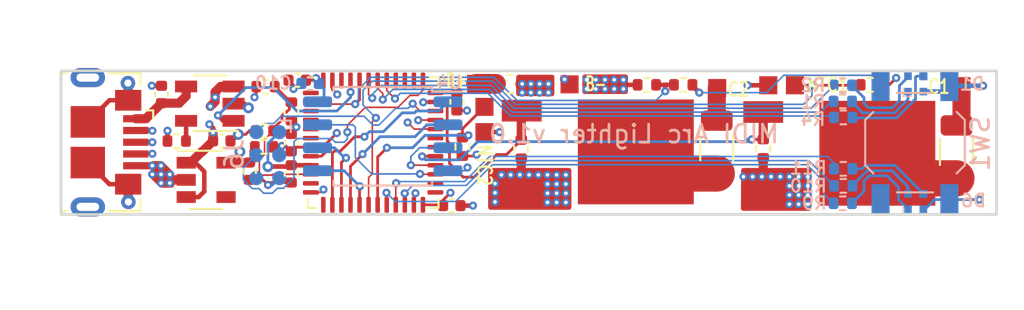
<source format=kicad_pcb>
(kicad_pcb (version 20210623) (generator pcbnew)
  (layers (0 "F.Cu" signal) (1 "In1.Cu" signal) (2 "In2.Cu" signal) (31 "B.Cu" signal) (34 "B.Paste" user) (35 "F.Paste" user) (36 "B.SilkS" user "B.Silkscreen") (37 "F.SilkS" user "F.Silkscreen") (38 "B.Mask" user) (39 "F.Mask" user) (44 "Edge.Cuts" user))
  (net 0 "")
  (net 1 "GND")
  (net 2 "VBUS")
  (net 3 "Bat_Voltage")
  (net 4 "+BATT")
  (net 5 "+3V3")
  (net 6 "Net-(D1-Pad3)")
  (net 7 "Net-(D1-Pad2)")
  (net 8 "Net-(D1-Pad1)")
  (net 9 "Net-(D6-Pad3)")
  (net 10 "Net-(D6-Pad2)")
  (net 11 "Net-(D6-Pad1)")
  (net 12 "USB_DP")
  (net 13 "USB_ID")
  (net 14 "USB_DN")
  (net 15 "NTC1")
  (net 17 "SCK")
  (net 18 "NRST")
  (net 19 "SWD")
  (net 20 "Net-(J8-Pad1)")
  (net 21 "Net-(J9-Pad1)")
  (net 22 "Coil_1")
  (net 23 "Coil_2")
  (net 24 "R_1")
  (net 25 "G_1")
  (net 26 "B_1")
  (net 27 "R_2")
  (net 28 "G_2")
  (net 29 "B_2")
  (net 30 "Net-(R12-Pad1)")
  (net 31 "Net-(R15-Pad2)")
  (net 32 "Net-(R15-Pad1)")
  (net 33 "Charge")
  (net 46 "Net-(Q1-Pad2)")
  (net 47 "Net-(Q2-Pad2)")
  (net 48 "NTC2")
  (net 50 "WP")
  (net 51 "RST")
  (net 54 "MOSI")
  (net 55 "MISO")
  (net 56 "CLK")
  (net 57 "CS")
  (net 58 "/+BATT_RAW")
  (net 59 "+BATT_FUSED")
  (footprint "Capacitor_SMD:C_0402_1005Metric" (layer "F.Cu") (at 85.5472 53.3654 90)
    (fp_text reference "C1" hide)
    (fp_text value "1u")
  )
  (footprint "Capacitor_SMD:C_0402_1005Metric" (layer "F.Cu") (at 91.2368 55.372 180)
    (fp_text reference "C2" hide)
    (fp_text value "100n")
  )
  (footprint "Capacitor_SMD:C_0402_1005Metric" (layer "F.Cu") (at 90.3986 57.6072 -90)
    (fp_text reference "C4" hide)
    (fp_text value "1u")
  )
  (footprint "LeoDJ-kicad:TestPoint_Pad_1.0x1.0mm_NoSilk" (layer "F.Cu") (at 106.7054 52.8066 180)
    (fp_text reference "J1" hide)
    (fp_text value "Coil+/LidSwitch")
  )
  (footprint "LeoDJ-kicad:TestPoint_Pad_1.0x1.0mm_NoSilk" (layer "F.Cu") (at 110.6932 52.7558 180)
    (fp_text reference "J2" hide)
    (fp_text value "BAT-")
  )
  (footprint "LeoDJ-kicad:TestPoint_Pad_1.0x1.0mm_NoSilk" (layer "F.Cu") (at 102.9208 52.7812 180)
    (fp_text reference "J7" hide)
    (fp_text value "BAT+")
  )
  (footprint "LeoDJ-kicad:TestPoint_Pad_1.0x1.0mm_NoSilk" (layer "F.Cu") (at 129.7178 52.9082)
    (fp_text reference "J8" hide)
    (fp_text value "Coil_1")
  )
  (footprint "LeoDJ-kicad:TestPoint_Pad_1.0x1.0mm_NoSilk" (layer "F.Cu") (at 116.2304 53.0098)
    (fp_text reference "J9" hide)
    (fp_text value "Coil_2")
  )
  (footprint "Resistor_SMD:R_0402_1005Metric" (layer "F.Cu") (at 114.3508 52.832 180)
    (fp_text reference "R15" hide)
    (fp_text value "100")
  )
  (footprint "Resistor_SMD:R_0402_1005Metric" (layer "F.Cu") (at 118.7704 56.3626 -90)
    (fp_text reference "R17" hide)
    (fp_text value "4k7")
  )
  (footprint "Resistor_SMD:R_0402_1005Metric" (layer "F.Cu") (at 105.41 56.388 -90)
    (fp_text reference "R18" hide)
    (fp_text value "4k7")
  )
  (footprint "Package_TO_SOT_SMD:TSOT-23-5" (layer "F.Cu") (at 88.2142 53.8734 180)
    (fp_text reference "U1" hide)
    (fp_text value "LTC4054ES5-4.2")
  )
  (footprint "Package_TO_SOT_SMD:SOT-23-5" (layer "F.Cu") (at 88.011 58.0898)
    (fp_text reference "U2" hide)
    (fp_text value "STLQ020C33R")
  )
  (footprint "Connector_USB:USB_Micro-B_GCT_USB3076-30-A" (layer "F.Cu") (at 82.677 56.007 -90)
    (fp_text reference "J3" hide)
    (fp_text value "USB3076-30-A")
  )
  (footprint "Package_TO_SOT_SMD:TO-252-2" (layer "F.Cu") (at 109.636 56.5414)
    (fp_text reference "Q2" hide)
    (fp_text value "IRLR6225")
  )
  (footprint "Resistor_SMD:R_0402_1005Metric" (layer "F.Cu") (at 86.3854 55.9408 180)
    (fp_text reference "R12" hide)
    (fp_text value "2k2")
  )
  (footprint "Capacitor_SMD:C_0402_1005Metric" (layer "F.Cu") (at 88.8746 55.9308)
    (fp_text reference "C3" hide)
    (fp_text value "1u")
  )
  (footprint "Resistor_SMD:R_0402_1005Metric" (layer "F.Cu") (at 92.72 54.3052 -90)
    (fp_text reference "R14" hide)
    (fp_text value "1M")
  )
  (footprint "Capacitor_SMD:C_0402_1005Metric" (layer "F.Cu") (at 101.5746 59.5122)
    (fp_text reference "C6" hide)
    (fp_text value "100n")
  )
  (footprint "Capacitor_SMD:C_0402_1005Metric" (layer "F.Cu") (at 92.71 57.757 -90)
    (fp_text reference "C7" hide)
    (fp_text value "100n")
  )
  (footprint "Package_DFN_QFN:QFN-48-1EP_7x7mm_P0.5mm_EP5.6x5.6mm" (layer "F.Cu") (at 97.2312 56.03)
    (fp_text reference "U3" hide)
    (fp_text value "STM32F072C8Ux")
  )
  (footprint "Resistor_SMD:R_0402_1005Metric" (layer "F.Cu") (at 91.2114 56.261)
    (fp_text reference "R20" hide)
    (fp_text value "4k7")
  )
  (footprint "Capacitor_SMD:C_0402_1005Metric" (layer "F.Cu") (at 92.71 56.0324 -90)
    (fp_text reference "C9" hide)
    (fp_text value "100n")
  )
  (footprint "Resistor_SMD:R_1206_3216Metric" (layer "F.Cu") (at 129.4384 56.5404 -90)
    (fp_text reference "R3" hide)
    (fp_text value "2 ?")
  )
  (footprint "Resistor_SMD:R_1206_3216Metric" (layer "F.Cu") (at 116.205 56.2757 -90)
    (fp_text reference "R5" hide)
    (fp_text value "2 ?")
  )
  (footprint "Package_TO_SOT_SMD:TO-252-2" (layer "F.Cu") (at 122.971 56.6176)
    (fp_text reference "Q1" hide)
    (fp_text value "IRLR6225")
  )
  (footprint "Capacitor_SMD:C_0402_1005Metric" (layer "F.Cu") (at 101.854 53.7718 -90)
    (fp_text reference "C5" hide)
    (fp_text value "100n")
  )
  (footprint "Resistor_SMD:R_0402_1005Metric" (layer "F.Cu") (at 112.3442 52.832 180)
    (fp_text reference "R16" hide)
    (fp_text value "4k7")
  )
  (footprint "Fuse:Fuse_0603_1608Metric" (layer "F.Cu") (at 104.8004 52.7812)
    (fp_text reference "F1" hide)
    (fp_text value "5A Fuse")
  )
  (footprint "Resistor_SMD:R_0402_1005Metric" (layer "F.Cu") (at 91.2876 52.9336)
    (fp_text reference "R13" hide)
    (fp_text value "1M")
  )
  (footprint "Capacitor_SMD:C_0402_1005Metric" (layer "F.Cu") (at 93.0402 52.578 180)
    (fp_text reference "C8" hide)
    (fp_text value "100n")
  )
  (footprint "LeoDJ-kicad:TestPoint_Pad_1.0x1.0mm_NoSilk" (layer "F.Cu") (at 120.523 52.8574)
    (fp_text reference "J4" hide)
    (fp_text value "NTC1_SIG")
  )
  (footprint "LeoDJ-kicad:TestPoint_Pad_1.0x1.0mm_NoSilk" (layer "F.Cu") (at 119.0498 52.8574)
    (fp_text reference "J5" hide)
    (fp_text value "NTC1_GND")
  )
  (footprint "LeoDJ-kicad:TestPoint_Pad_1.0x1.0mm_NoSilk" (layer "F.Cu") (at 103.378 54.0512)
    (fp_text reference "J10" hide)
    (fp_text value "NTC2_SIG")
  )
  (footprint "LeoDJ-kicad:TestPoint_Pad_1.0x1.0mm_NoSilk" (layer "F.Cu") (at 103.378 55.4482)
    (fp_text reference "J11" hide)
    (fp_text value "NTC2_GND")
  )
  (footprint "Resistor_SMD:R_0402_1005Metric" (layer "F.Cu") (at 124.6632 52.832 180)
    (fp_text reference "R6" hide)
    (fp_text value "?")
  )
  (footprint "Resistor_SMD:R_0402_1005Metric" (layer "F.Cu") (at 102.1588 56.261 90)
    (fp_text reference "R7" hide)
    (fp_text value "?")
  )
  (footprint "LeoDJ-kicad:TestPoint_Pad_1.0x1.0mm_NoSilk" (layer "F.Cu") (at 108.077 52.8066 180)
    (fp_text reference "J12" hide)
    (fp_text value "LidSwitch")
  )
  (footprint "Techbeard:RGB_0404" (layer "B.Cu") (at 127.187501 52.7812)
    (fp_text reference "D1")
    (fp_text value "LED_BGRA")
  )
  (footprint "Techbeard:RGB_0404" (layer "B.Cu") (at 127.187501 59.2836)
    (fp_text reference "D6")
    (fp_text value "LED_BGRA")
  )
  (footprint "Resistor_SMD:R_0402_1005Metric" (layer "B.Cu") (at 123.1646 53.7464 180)
    (fp_text reference "R1")
    (fp_text value "82")
  )
  (footprint "Resistor_SMD:R_0402_1005Metric" (layer "B.Cu") (at 123.1646 52.8574 180)
    (fp_text reference "R2")
    (fp_text value "82")
  )
  (footprint "Resistor_SMD:R_0402_1005Metric" (layer "B.Cu") (at 123.19 54.6354 180)
    (fp_text reference "R4")
    (fp_text value "270")
  )
  (footprint "Resistor_SMD:R_0402_1005Metric" (layer "B.Cu") (at 123.1646 59.3852 180)
    (fp_text reference "R9")
    (fp_text value "82")
  )
  (footprint "Resistor_SMD:R_0402_1005Metric" (layer "B.Cu") (at 123.19 58.42 180)
    (fp_text reference "R10")
    (fp_text value "82")
  )
  (footprint "Resistor_SMD:R_0402_1005Metric" (layer "B.Cu") (at 123.19 57.4802 180)
    (fp_text reference "R11")
    (fp_text value "270")
  )
  (footprint "Connector:Tag-Connect_TC2030-IDC-NL_2x03_P1.27mm_Vertical" (layer "B.Cu") (at 91.4146 56.7182 -90)
    (fp_text reference "J6")
    (fp_text value "Conn_02x03_Odd_Even")
  )
  (footprint "Button_Switch_SMD:SW_SPST_TL3342" (layer "B.Cu") (at 127.15 56.03 -90)
    (fp_text reference "SW1")
    (fp_text value "SW_Push")
  )
  (footprint "Capacitor_SMD:C_0402_1005Metric" (layer "B.Cu") (at 93.7514 52.7558 180)
    (fp_text reference "C10")
    (fp_text value "100n")
  )
  (footprint "Package_SO:SOIC-8_5.23x5.23mm_P1.27mm" (layer "B.Cu") (at 97.7646 55.6768 180)
    (fp_text reference "U4")
    (fp_text value "GD25Q127CS")
  )
  (gr_line (start 80 60) (end 131.65 60) (layer "Edge.Cuts") (width 0.15))
  (gr_line (start 80 52.06) (end 131.65 52.06) (layer "Edge.Cuts") (width 0.15))
  (gr_line (start 131.65 60) (end 131.65 52.06) (layer "Edge.Cuts") (width 0.15))
  (gr_line (start 80 60) (end 80 52.06) (layer "Edge.Cuts") (width 0.15))
  (gr_text "MIDI Arc Lighter v1.0" (at 111.633 55.5498) (layer "B.SilkS") (effects (font (size 1 1)) (justify mirror)))
  (gr_text "B+" (at 101.8286 52.6034) (layer "F.SilkS") (effects (font (size 0.762 0.5) (thickness 0.125))))
  (gr_text "C2" (at 117.3988 53.086) (layer "F.SilkS") (effects (font (size 0.762 0.6) (thickness 0.125))))
  (gr_text "B-" (at 109.5248 52.7812) (layer "F.SilkS") (effects (font (size 0.762 0.5) (thickness 0.125))))
  (gr_text "C1" (at 128.4732 52.9336) (layer "F.SilkS") (effects (font (size 0.762 0.6) (thickness 0.125))))
  (gr_text "NTC1" (at 122.3264 52.832) (layer "F.SilkS") (effects (font (size 0.762 0.6) (thickness 0.125))))
  (gr_text "NTC2" (at 103.378 57.277 270) (layer "F.SilkS") (effects (font (size 0.762 0.6) (thickness 0.125))))
  (segment (start 101.854 54.2518) (end 102.4916 54.2518) (width 0.1524) (layer "F.Cu") (net 1))
  (segment (start 102.4916 54.2518) (end 102.5144 54.229) (width 0.1524) (layer "F.Cu") (net 1))
  (segment (start 105.41 57.7088) (end 105.41 58.7954) (width 0.508) (layer "F.Cu") (net 1))
  (segment (start 92.962 55.1688) (end 92.6084 54.8152) (width 0.1524) (layer "F.Cu") (net 1))
  (segment (start 90.1192 53.8734) (end 90.3478 54.102) (width 0.25) (layer "F.Cu") (net 1))
  (segment (start 118.7704 56.8726) (end 118.7704 57.8104) (width 0.508) (layer "F.Cu") (net 1))
  (segment (start 85.8754 55.374) (end 85.8774 55.372) (width 0.25) (layer "F.Cu") (net 1))
  (segment (start 99.4812 58.9132) (end 99.568 58.8264) (width 0.1524) (layer "F.Cu") (net 1))
  (segment (start 90.195184 55.575416) (end 89.789 55.575416) (width 0.1524) (layer "F.Cu") (net 1))
  (segment (start 83.707 52.749) (end 83.693 52.735) (width 0.508) (layer "F.Cu") (net 1))
  (segment (start 92.9894 55.1688) (end 92.962 55.1688) (width 0.1524) (layer "F.Cu") (net 1))
  (segment (start 118.7704 57.8104) (end 118.8212 57.8612) (width 0.508) (layer "F.Cu") (net 1))
  (segment (start 94.9812 53.0966) (end 94.9812 52.5925) (width 0.1524) (layer "F.Cu") (net 1))
  (segment (start 86.0552 58.0898) (end 85.9282 58.2168) (width 0.508) (layer "F.Cu") (net 1))
  (segment (start 95.2246 55.499) (end 94.5642 56.1594) (width 0.1524) (layer "F.Cu") (net 1))
  (segment (start 82.672 58.327) (end 81.477 57.132) (width 0.25) (layer "F.Cu") (net 1))
  (segment (start 105.41 56.898) (end 105.41 57.7088) (width 0.508) (layer "F.Cu") (net 1))
  (segment (start 102.0546 59.5122) (end 102.743 59.5122) (width 0.254) (layer "F.Cu") (net 1))
  (segment (start 89.5242 53.8734) (end 90.1192 53.8734) (width 0.25) (layer "F.Cu") (net 1))
  (segment (start 90.7568 55.372) (end 90.3986 55.372) (width 0.1524) (layer "F.Cu") (net 1))
  (segment (start 99.4812 59.4675) (end 99.4812 58.9132) (width 0.1524) (layer "F.Cu") (net 1))
  (segment (start 85.0092 57.307) (end 85.0138 57.3024) (width 0.25) (layer "F.Cu") (net 1))
  (segment (start 103.378 55.4482) (end 104.2162 55.4482) (width 0.254) (layer "F.Cu") (net 1))
  (segment (start 95.25 53.3654) (end 94.9812 53.0966) (width 0.1524) (layer "F.Cu") (net 1))
  (segment (start 92.5602 52.578) (end 92.5602 52.7076) (width 0.1524) (layer "F.Cu") (net 1))
  (segment (start 83.707 59.2976) (end 83.7184 59.309) (width 0.508) (layer "F.Cu") (net 1))
  (segment (start 89.3546 55.9308) (end 89.433616 55.9308) (width 0.25) (layer "F.Cu") (net 1))
  (segment (start 83.707 58.327) (end 82.672 58.327) (width 0.25) (layer "F.Cu") (net 1))
  (segment (start 92.9894 55.273) (end 92.71 55.5524) (width 0.1524) (layer "F.Cu") (net 1))
  (segment (start 94.5642 56.1594) (end 94.5642 56.5912) (width 0.1524) (layer "F.Cu") (net 1))
  (segment (start 92.837 52.8548) (end 92.5602 52.578) (width 0.1524) (layer "F.Cu") (net 1))
  (segment (start 85.8754 55.9408) (end 85.8754 55.374) (width 0.25) (layer "F.Cu") (net 1))
  (segment (start 111.8342 52.832) (end 110.9472 52.832) (width 0.25) (layer "F.Cu") (net 1))
  (segment (start 92.837 53.0606) (end 92.837 52.8548) (width 0.1524) (layer "F.Cu") (net 1))
  (segment (start 82.672 53.687) (end 81.477 54.882) (width 0.25) (layer "F.Cu") (net 1))
  (segment (start 92.9894 55.1688) (end 92.9894 55.273) (width 0.1524) (layer "F.Cu") (net 1))
  (segment (start 119.0498 52.8574) (end 117.906802 52.8574) (width 0.254) (layer "F.Cu") (net 1))
  (segment (start 92.5602 52.578) (end 92.3798 52.578) (width 0.1524) (layer "F.Cu") (net 1))
  (segment (start 91.5595 58.237) (end 92.71 58.237) (width 0.1524) (layer "F.Cu") (net 1))
  (segment (start 94.3754 56.78) (end 94.5642 56.5912) (width 0.1524) (layer "F.Cu") (net 1))
  (segment (start 100.017 53.78) (end 99.9998 53.7972) (width 0.1524) (layer "F.Cu") (net 1))
  (segment (start 83.707 53.687) (end 83.707 52.749) (width 0.508) (layer "F.Cu") (net 1))
  (segment (start 90.3986 55.372) (end 90.195184 55.575416) (width 0.1524) (layer "F.Cu") (net 1))
  (segment (start 83.707 58.327) (end 83.707 59.2976) (width 0.508) (layer "F.Cu") (net 1))
  (segment (start 93.7937 56.78) (end 94.3754 56.78) (width 0.1524) (layer "F.Cu") (net 1))
  (segment (start 83.707 53.687) (end 82.672 53.687) (width 0.25) (layer "F.Cu") (net 1))
  (segment (start 91.4273 58.3692) (end 91.5595 58.237) (width 0.1524) (layer "F.Cu") (net 1))
  (segment (start 91.4273 58.3692) (end 91.1453 58.0872) (width 0.1524) (layer "F.Cu") (net 1))
  (segment (start 84.127 57.307) (end 85.0092 57.307) (width 0.25) (layer "F.Cu") (net 1))
  (segment (start 91.1453 58.0872) (end 90.4748 58.0872) (width 0.1524) (layer "F.Cu") (net 1))
  (segment (start 100.6687 53.78) (end 100.017 53.78) (width 0.1524) (layer "F.Cu") (net 1))
  (segment (start 85.0164 52.8854) (end 85.0138 52.8828) (width 0.25) (layer "F.Cu") (net 1))
  (segment (start 86.911 58.0898) (end 86.0552 58.0898) (width 0.508) (layer "F.Cu") (net 1))
  (segment (start 89.433616 55.9308) (end 89.789 55.575416) (width 0.25) (layer "F.Cu") (net 1))
  (segment (start 85.5472 52.8854) (end 85.0164 52.8854) (width 0.25) (layer "F.Cu") (net 1))
  (via (at 102.4128 54.2544) (size 0.45) (drill 0.2) (layers "F.Cu" "B.Cu") (net 1))
  (via (at 89.789 55.575416) (size 0.6) (drill 0.3) (layers "F.Cu" "B.Cu") (net 1))
  (via (at 85.5218 57.785) (size 0.45) (drill 0.2) (layers "F.Cu" "B.Cu") (net 1))
  (via (at 118.6942 57.912) (size 0.45) (drill 0.2) (layers "F.Cu" "B.Cu") (net 1))
  (via (at 106.8578 59.3344) (size 0.45) (drill 0.2) (layers "F.Cu" "B.Cu") (net 1))
  (via (at 83.7184 59.309) (size 0.8) (drill 0.4) (layers "F.Cu" "B.Cu") (net 1))
  (via (at 103.9622 59.309) (size 0.45) (drill 0.2) (layers "F.Cu" "B.Cu") (net 1))
  (via (at 117.6782 57.912) (size 0.45) (drill 0.2) (layers "F.Cu" "B.Cu") (net 1))
  (via (at 109.5248 52.5526) (size 0.45) (drill 0.2) (layers "F.Cu" "B.Cu") (net 1))
  (via (at 110.5408 52.5526) (size 0.45) (drill 0.2) (layers "F.Cu" "B.Cu") (net 1))
  (via (at 85.8774 55.372) (size 0.45) (drill 0.2) (layers "F.Cu" "B.Cu") (net 1))
  (via (at 106.8578 57.8104) (size 0.45) (drill 0.2) (layers "F.Cu" "B.Cu") (net 1))
  (via (at 110.5408 53.0606) (size 0.45) (drill 0.2) (layers "F.Cu" "B.Cu") (net 1))
  (via (at 85.0138 52.8828) (size 0.45) (drill 0.2) (layers "F.Cu" "B.Cu") (net 1))
  (via (at 107.3658 59.3344) (size 0.45) (drill 0.2) (layers "F.Cu" "B.Cu") (net 1))
  (via (at 95.25 53.3654) (size 0.45) (drill 0.2) (layers "F.Cu" "B.Cu") (net 1))
  (via (at 95.2246 55.499) (size 0.45) (drill 0.2) (layers "F.Cu" "B.Cu") (net 1))
  (via (at 85.5218 57.3024) (size 0.45) (drill 0.2) (layers "F.Cu" "B.Cu") (net 1))
  (via (at 110.0328 52.5526) (size 0.45) (drill 0.2) (layers "F.Cu" "B.Cu") (net 1))
  (via (at 106.3498 57.8104) (size 0.45) (drill 0.2) (layers "F.Cu" "B.Cu") (net 1))
  (via (at 109.0168 53.0606) (size 0.45) (drill 0.2) (layers "F.Cu" "B.Cu") (net 1))
  (via (at 85.0392 57.3024) (size 0.45) (drill 0.2) (layers "F.Cu" "B.Cu") (net 1))
  (via (at 83.693 52.735) (size 0.8) (drill 0.4) (layers "F.Cu" "B.Cu") (net 1))
  (via (at 109.0168 52.5526) (size 0.45) (drill 0.2) (layers "F.Cu" "B.Cu") (net 1))
  (via (at 86.0044 57.785) (size 0.45) (drill 0.2) (layers "F.Cu" "B.Cu") (net 1))
  (via (at 102.743 59.5122) (size 0.45) (drill 0.2) (layers "F.Cu" "B.Cu") (net 1))
  (via (at 121.2342 59.436) (size 0.45) (drill 0.2) (layers "F.Cu" "B.Cu") (net 1))
  (via (at 107.8738 58.3184) (size 0.45) (drill 0.2) (layers "F.Cu" "B.Cu") (net 1))
  (via (at 104.3178 57.8104) (size 0.45) (drill 0.2) (layers "F.Cu" "B.Cu") (net 1))
  (via (at 118.1862 57.912) (size 0.45) (drill 0.2) (layers "F.Cu" "B.Cu") (net 1))
  (via (at 85.5218 58.2676) (size 0.45) (drill 0.2) (layers "F.Cu" "B.Cu") (net 1))
  (via (at 99.568 58.8264) (size 0.45) (drill 0.2) (layers "F.Cu" "B.Cu") (net 1))
  (via (at 120.7262 58.928) (size 0.45) (drill 0.2) (layers "F.Cu" "B.Cu") (net 1))
  (via (at 86.0044 58.2676) (size 0.45) (drill 0.2) (layers "F.Cu" "B.Cu") (net 1))
  (via (at 119.2022 57.912) (size 0.45) (drill 0.2) (layers "F.Cu" "B.Cu") (net 1))
  (via (at 103.9622 58.801) (size 0.45) (drill 0.2) (layers "F.Cu" "B.Cu") (net 1))
  (via (at 106.8578 58.8264) (size 0.45) (drill 0.2) (layers "F.Cu" "B.Cu") (net 1))
  (via (at 109.5248 53.0606) (size 0.45) (drill 0.2) (layers "F.Cu" "B.Cu") (net 1))
  (via (at 120.7262 57.912) (size 0.45) (drill 0.2) (layers "F.Cu" "B.Cu") (net 1))
  (via (at 111.0488 53.0606) (size 0.45) (drill 0.2) (layers "F.Cu" "B.Cu") (net 1))
  (via (at 105.3338 57.8104) (size 0.45) (drill 0.2) (layers "F.Cu" "B.Cu") (net 1))
  (via (at 102.4382 57.404) (size 0.45) (drill 0.2) (layers "F.Cu" "B.Cu") (net 1))
  (via (at 121.2342 58.42) (size 0.45) (drill 0.2) (layers "F.Cu" "B.Cu") (net 1))
  (via (at 104.8258 57.8104) (size 0.45) (drill 0.2) (layers "F.Cu" "B.Cu") (net 1))
  (via (at 103.9622 58.293) (size 0.45) (drill 0.2) (layers "F.Cu" "B.Cu") (net 1))
  (via (at 92.837 53.0606) (size 0.45) (drill 0.2) (layers "F.Cu" "B.Cu") (net 1))
  (via (at 121.2342 57.912) (size 0.45) (drill 0.2) (layers "F.Cu" "B.Cu") (net 1))
  (via (at 107.3658 57.8104) (size 0.45) (drill 0.2) (layers "F.Cu" "B.Cu") (net 1))
  (via (at 91.4273 58.3692) (size 0.45) (drill 0.2) (layers "F.Cu" "B.Cu") (net 1))
  (via (at 120.2182 58.42) (size 0.45) (drill 0.2) (layers "F.Cu" "B.Cu") (net 1))
  (via (at 120.7262 59.436) (size 0.45) (drill 0.2) (layers "F.Cu" "B.Cu") (net 1))
  (via (at 120.2182 58.928) (size 0.45) (drill 0.2) (layers "F.Cu" "B.Cu") (net 1))
  (via (at 107.3658 58.3184) (size 0.45) (drill 0.2) (layers "F.Cu" "B.Cu") (net 1))
  (via (at 107.8738 59.3344) (size 0.45) (drill 0.2) (layers "F.Cu" "B.Cu") (net 1))
  (via (at 117.906802 52.8574) (size 0.45) (drill 0.2) (layers "F.Cu" "B.Cu") (net 1))
  (via (at 121.2342 58.928) (size 0.45) (drill 0.2) (layers "F.Cu" "B.Cu") (net 1))
  (via (at 120.7262 58.42) (size 0.45) (drill 0.2) (layers "F.Cu" "B.Cu") (net 1))
  (via (at 104.2162 55.4482) (size 0.45) (drill 0.2) (layers "F.Cu" "B.Cu") (net 1))
  (via (at 99.9998 53.7972) (size 0.45) (drill 0.2) (layers "F.Cu" "B.Cu") (net 1))
  (via (at 90.3478 54.102) (size 0.6) (drill 0.3) (layers "F.Cu" "B.Cu") (net 1))
  (via (at 107.8738 58.8264) (size 0.45) (drill 0.2) (layers "F.Cu" "B.Cu") (net 1))
  (via (at 106.8578 58.3184) (size 0.45) (drill 0.2) (layers "F.Cu" "B.Cu") (net 1))
  (via (at 105.8418 57.8104) (size 0.45) (drill 0.2) (layers "F.Cu" "B.Cu") (net 1))
  (via (at 119.7102 57.912) (size 0.45) (drill 0.2) (layers "F.Cu" "B.Cu") (net 1))
  (via (at 92.9894 55.1688) (size 0.45) (drill 0.2) (layers "F.Cu" "B.Cu") (net 1))
  (via (at 107.8738 57.8104) (size 0.45) (drill 0.2) (layers "F.Cu" "B.Cu") (net 1))
  (via (at 85.0392 57.785) (size 0.45) (drill 0.2) (layers "F.Cu" "B.Cu") (net 1))
  (via (at 120.2182 57.912) (size 0.45) (drill 0.2) (layers "F.Cu" "B.Cu") (net 1))
  (via (at 110.0328 53.0606) (size 0.45) (drill 0.2) (layers "F.Cu" "B.Cu") (net 1))
  (via (at 111.0488 52.5526) (size 0.45) (drill 0.2) (layers "F.Cu" "B.Cu") (net 1))
  (via (at 120.2182 59.436) (size 0.45) (drill 0.2) (layers "F.Cu" "B.Cu") (net 1))
  (via (at 107.3658 58.8264) (size 0.45) (drill 0.2) (layers "F.Cu" "B.Cu") (net 1))
  (segment (start 91.6686 58.3692) (end 92.0496 57.9882) (width 0.1524) (layer "B.Cu") (net 1))
  (segment (start 91.4273 58.3692) (end 91.6686 58.3692) (width 0.1524) (layer "B.Cu") (net 1))
  (segment (start 102.4382 57.404) (end 102.2604 57.5818) (width 0.0889) (layer "B.Cu") (net 1))
  (segment (start 93.1418 52.7558) (end 93.2714 52.7558) (width 0.1524) (layer "B.Cu") (net 1))
  (segment (start 102.2604 57.5818) (end 101.3646 57.5818) (width 0.0889) (layer "B.Cu") (net 1))
  (segment (start 92.837 53.0606) (end 93.1418 52.7558) (width 0.1524) (layer "B.Cu") (net 1))
  (segment (start 84.6856 54.707) (end 85.5472 53.8454) (width 0.508) (layer "F.Cu") (net 2))
  (segment (start 86.515 53.8454) (end 86.9042 53.4562) (width 0.508) (layer "F.Cu") (net 2))
  (segment (start 85.5472 53.8454) (end 86.515 53.8454) (width 0.508) (layer "F.Cu") (net 2))
  (segment (start 84.127 54.707) (end 84.6856 54.707) (width 0.508) (layer "F.Cu") (net 2))
  (segment (start 86.9042 53.4562) (end 86.9042 52.9234) (width 0.508) (layer "F.Cu") (net 2))
  (segment (start 92.6084 54.1782) (end 92.44461 54.34199) (width 0.1524) (layer "F.Cu") (net 3))
  (segment (start 91.7976 52.9336) (end 91.7976 52.9844) (width 0.508) (layer "F.Cu") (net 3))
  (segment (start 92.19728 54.76712) (end 91.7168 55.2476) (width 0.1524) (layer "F.Cu") (net 3))
  (segment (start 91.095549 57.824651) (end 90.949279 57.678381) (width 0.0889) (layer "F.Cu") (net 3))
  (segment (start 90.949279 56.980321) (end 91.2368 56.6928) (width 0.0889) (layer "F.Cu") (net 3))
  (segment (start 92.6084 53.7952) (end 92.6084 54.1782) (width 0.1524) (layer "F.Cu") (net 3))
  (segment (start 91.2368 56.6928) (end 91.2368 55.852) (width 0.0889) (layer "F.Cu") (net 3))
  (segment (start 93.7937 57.78) (end 91.691678 57.78) (width 0.0889) (layer "F.Cu") (net 3))
  (segment (start 91.2368 55.852) (end 91.7168 55.372) (width 0.0889) (layer "F.Cu") (net 3))
  (segment (start 92.39186 54.34199) (end 92.19728 54.53657) (width 0.1524) (layer "F.Cu") (net 3))
  (segment (start 92.19728 54.53657) (end 92.19728 54.76712) (width 0.1524) (layer "F.Cu") (net 3))
  (segment (start 92.44461 54.34199) (end 92.39186 54.34199) (width 0.1524) (layer "F.Cu") (net 3))
  (segment (start 91.647027 57.824651) (end 91.095549 57.824651) (width 0.0889) (layer "F.Cu") (net 3))
  (segment (start 91.7976 52.9844) (end 92.6084 53.7952) (width 0.254) (layer "F.Cu") (net 3))
  (segment (start 90.949279 57.678381) (end 90.949279 56.980321) (width 0.0889) (layer "F.Cu") (net 3))
  (segment (start 91.691678 57.78) (end 91.647027 57.824651) (width 0.0889) (layer "F.Cu") (net 3))
  (segment (start 92.6084 53.7952) (end 92.6084 53.91366) (width 0.1524) (layer "F.Cu") (net 3))
  (segment (start 91.7168 55.2476) (end 91.7168 55.372) (width 0.1524) (layer "F.Cu") (net 3))
  (segment (start 87.7824 56.515) (end 87.8104 56.515) (width 0.508) (layer "F.Cu") (net 4))
  (segment (start 88.392 55.2196) (end 88.1888 55.0164) (width 0.254) (layer "F.Cu") (net 4))
  (segment (start 90.6018 52.8574) (end 90.7014 52.8574) (width 0.1524) (layer "F.Cu") (net 4))
  (segment (start 87.5944 59.0398) (end 86.911 59.0398) (width 0.25) (layer "F.Cu") (net 4))
  (segment (start 90.7014 52.8574) (end 90.7776 52.9336) (width 0.1524) (layer "F.Cu") (net 4))
  (segment (start 90.7776 52.9336) (end 90.7776 53.5452) (width 0.1524) (layer "F.Cu") (net 4))
  (segment (start 87.4166 57.1398) (end 87.9094 57.6326) (width 0.25) (layer "F.Cu") (net 4))
  (segment (start 90.7776 53.5452) (end 90.7034 53.6194) (width 0.1524) (layer "F.Cu") (net 4))
  (segment (start 88.392 55.4736) (end 88.3946 55.4762) (width 0.508) (layer "F.Cu") (net 4))
  (segment (start 87.8104 56.515) (end 88.3946 55.9308) (width 0.508) (layer "F.Cu") (net 4))
  (segment (start 87.9094 58.7248) (end 87.5944 59.0398) (width 0.25) (layer "F.Cu") (net 4))
  (segment (start 108.077 52.8066) (end 107.7976 52.5272) (width 0.508) (layer "F.Cu") (net 4))
  (segment (start 86.911 57.1398) (end 87.1576 57.1398) (width 0.508) (layer "F.Cu") (net 4))
  (segment (start 88.392 55.4736) (end 88.392 55.2196) (width 0.254) (layer "F.Cu") (net 4))
  (segment (start 88.3946 55.4762) (end 88.3946 55.9308) (width 0.508) (layer "F.Cu") (net 4))
  (segment (start 87.1576 57.1398) (end 87.7824 56.515) (width 0.508) (layer "F.Cu") (net 4))
  (segment (start 87.9094 57.6326) (end 87.9094 58.7248) (width 0.25) (layer "F.Cu") (net 4))
  (segment (start 86.911 57.1398) (end 87.4166 57.1398) (width 0.25) (layer "F.Cu") (net 4))
  (via (at 90.678 53.5178) (size 0.45) (drill 0.2) (layers "F.Cu" "B.Cu") (net 4))
  (via (at 88.392 55.4736) (size 0.45) (drill 0.2) (layers "F.Cu" "B.Cu") (net 4))
  (via (at 88.1888 55.0164) (size 0.45) (drill 0.2) (layers "F.Cu" "B.Cu") (net 4))
  (via (at 107.7976 52.5272) (size 0.45) (drill 0.2) (layers "F.Cu" "B.Cu") (net 4))
  (segment (start 93.6218 52.578) (end 93.6218 52.578) (width 0.1524) (layer "F.Cu") (net 5))
  (segment (start 93.6218 52.578) (end 94.4667 52.578) (width 0.1524) (layer "F.Cu") (net 5))
  (segment (start 90.7014 56.261) (end 90.7014 56.263) (width 0.1524) (layer "F.Cu") (net 5))
  (segment (start 91.42073 57.30853) (end 91.42073 57.3532) (width 0.254) (layer "F.Cu") (net 5))
  (segment (start 125.1732 52.832) (end 125.73 52.832) (width 0.1524) (layer "F.Cu") (net 5))
  (segment (start 90.4748 56.4896) (end 90.4748 57.1272) (width 0.1524) (layer "F.Cu") (net 5))
  (segment (start 102.868 56.771) (end 102.1588 56.771) (width 0.1524) (layer "F.Cu") (net 5))
  (segment (start 89.111 57.1398) (end 89.8754 57.1398) (width 0.508) (layer "F.Cu") (net 5))
  (segment (start 92.6338 57.3532) (end 92.71 57.277) (width 0.254) (layer "F.Cu") (net 5))
  (segment (start 89.8754 57.1398) (end 89.8754 56.5302) (width 0.25) (layer "F.Cu") (net 5))
  (segment (start 89.8754 56.5302) (end 89.8906 56.515) (width 0.25) (layer "F.Cu") (net 5))
  (segment (start 91.42073 57.3532) (end 92.6338 57.3532) (width 0.254) (layer "F.Cu") (net 5))
  (segment (start 93.7937 57.28) (end 92.713 57.28) (width 0.254) (layer "F.Cu") (net 5))
  (segment (start 101.854 53.2918) (end 101.3206 53.8252) (width 0.1524) (layer "F.Cu") (net 5))
  (segment (start 90.7014 56.263) (end 90.4748 56.4896) (width 0.1524) (layer "F.Cu") (net 5))
  (segment (start 99.9812 59.4675) (end 101.0499 59.4675) (width 0.1524) (layer "F.Cu") (net 5))
  (segment (start 89.8754 57.1398) (end 90.4622 57.1398) (width 0.508) (layer "F.Cu") (net 5))
  (segment (start 125.73 52.832) (end 126.111 52.451) (width 0.1524) (layer "F.Cu") (net 5))
  (segment (start 101.0499 59.4675) (end 101.0946 59.5122) (width 0.1524) (layer "F.Cu") (net 5))
  (segment (start 90.4622 57.1398) (end 90.4748 57.1272) (width 0.508) (layer "F.Cu") (net 5))
  (segment (start 92.713 57.28) (end 92.71 57.277) (width 0.254) (layer "F.Cu") (net 5))
  (segment (start 93.6218 52.578) (end 93.6218 52.578) (width 0.1524) (layer "F.Cu") (net 5))
  (segment (start 93.5202 52.578) (end 93.965638 52.578) (width 0.1524) (layer "F.Cu") (net 5))
  (segment (start 102.9462 56.6928) (end 102.868 56.771) (width 0.1524) (layer "F.Cu") (net 5))
  (segment (start 101.3206 53.8252) (end 101.3206 55.9328) (width 0.1524) (layer "F.Cu") (net 5))
  (segment (start 100.6687 53.28) (end 101.8422 53.28) (width 0.1524) (layer "F.Cu") (net 5))
  (segment (start 101.8422 53.28) (end 101.854 53.2918) (width 0.1524) (layer "F.Cu") (net 5))
  (segment (start 101.4984 58.801) (end 101.0946 59.2048) (width 0.1524) (layer "F.Cu") (net 5))
  (segment (start 94.4667 52.578) (end 94.4812 52.5925) (width 0.1524) (layer "F.Cu") (net 5))
  (segment (start 101.3206 55.9328) (end 102.1588 56.771) (width 0.1524) (layer "F.Cu") (net 5))
  (segment (start 101.0946 59.2048) (end 101.0946 59.5122) (width 0.1524) (layer "F.Cu") (net 5))
  (segment (start 93.965638 52.578) (end 94.0816 52.462038) (width 0.1524) (layer "F.Cu") (net 5))
  (via (at 126.111 52.451) (size 0.45) (drill 0.2) (layers "F.Cu" "B.Cu") (net 5))
  (via (at 130.7084 59.182) (size 0.45) (drill 0.2) (layers "F.Cu" "B.Cu") (net 5))
  (via (at 102.9462 56.6928) (size 0.45) (drill 0.2) (layers "F.Cu" "B.Cu") (net 5))
  (via (at 91.42073 57.3532) (size 0.6) (drill 0.3) (layers "F.Cu" "B.Cu") (net 5))
  (via (at 101.4984 58.801) (size 0.45) (drill 0.2) (layers "F.Cu" "B.Cu") (net 5))
  (via (at 89.8754 56.5302) (size 0.6) (drill 0.3) (layers "F.Cu" "B.Cu") (net 5))
  (via (at 130.9116 52.8828) (size 0.45) (drill 0.2) (layers "F.Cu" "B.Cu") (net 5))
  (via (at 94.0816 52.462038) (size 0.45) (drill 0.2) (layers "F.Cu" "B.Cu") (net 5))
  (segment (start 129.05 59.18) (end 130.7064 59.18) (width 0.1524) (layer "B.Cu") (net 5))
  (segment (start 130.7064 59.18) (end 130.7084 59.182) (width 0.1524) (layer "B.Cu") (net 5))
  (segment (start 130.9088 52.88) (end 130.9116 52.8828) (width 0.254) (layer "B.Cu") (net 5))
  (segment (start 129.05 52.88) (end 130.9088 52.88) (width 0.254) (layer "B.Cu") (net 5))
  (segment (start 91.42073 56.07707) (end 91.42073 57.3532) (width 0.1524) (layer "B.Cu") (net 5))
  (segment (start 94.5202 53.0446) (end 94.2314 52.7558) (width 0.1524) (layer "B.Cu") (net 5))
  (segment (start 128.233 59.18) (end 129.05 59.18) (width 0.1524) (layer "B.Cu") (net 5))
  (segment (start 94.0816 52.606) (end 94.0816 52.462038) (width 0.1524) (layer "B.Cu") (net 5))
  (segment (start 128.7238 53.2062) (end 129.05 52.88) (width 0.254) (layer "B.Cu") (net 5))
  (segment (start 127.612501 53.2062) (end 128.7238 53.2062) (width 0.254) (layer "B.Cu") (net 5))
  (segment (start 127.612501 59.7086) (end 127.7044 59.7086) (width 0.1524) (layer "B.Cu") (net 5))
  (segment (start 94.5202 53.6194) (end 94.5202 53.0446) (width 0.1524) (layer "B.Cu") (net 5))
  (segment (start 92.0496 55.4482) (end 91.42073 56.07707) (width 0.1524) (layer "B.Cu") (net 5))
  (segment (start 127.7044 59.7086) (end 128.233 59.18) (width 0.1524) (layer "B.Cu") (net 5))
  (segment (start 94.2314 52.7558) (end 94.0816 52.606) (width 0.1524) (layer "B.Cu") (net 5))
  (segment (start 123.7 54.5084) (end 123.852419 54.660819) (width 0.1524) (layer "B.Cu") (net 6))
  (segment (start 126.136381 54.660819) (end 127.1778 53.6194) (width 0.1524) (layer "B.Cu") (net 6))
  (segment (start 127.235101 52.3562) (end 127.612501 52.3562) (width 0.1524) (layer "B.Cu") (net 6))
  (segment (start 127.1778 52.413501) (end 127.235101 52.3562) (width 0.1524) (layer "B.Cu") (net 6))
  (segment (start 127.1778 53.6194) (end 127.1778 52.413501) (width 0.1524) (layer "B.Cu") (net 6))
  (segment (start 123.852419 54.660819) (end 126.136381 54.660819) (width 0.1524) (layer "B.Cu") (net 6))
  (segment (start 124.587 54.101998) (end 125.90491 54.101998) (width 0.1524) (layer "B.Cu") (net 7))
  (segment (start 125.90491 54.101998) (end 126.288989 53.717919) (width 0.1524) (layer "B.Cu") (net 7))
  (segment (start 124.333 53.5432) (end 124.333 53.847998) (width 0.1524) (layer "B.Cu") (net 7))
  (segment (start 126.288989 52.880701) (end 126.762501 52.407189) (width 0.1524) (layer "B.Cu") (net 7))
  (segment (start 124.333 53.847998) (end 124.587 54.101998) (width 0.1524) (layer "B.Cu") (net 7))
  (segment (start 126.288989 53.717919) (end 126.288989 52.880701) (width 0.1524) (layer "B.Cu") (net 7))
  (segment (start 123.6746 52.7304) (end 123.6746 52.8848) (width 0.1524) (layer "B.Cu") (net 7))
  (segment (start 126.762501 52.407189) (end 126.762501 52.3562) (width 0.1524) (layer "B.Cu") (net 7))
  (segment (start 123.6746 52.8848) (end 124.333 53.5432) (width 0.1524) (layer "B.Cu") (net 7))
  (segment (start 126.020645 54.381409) (end 126.762501 53.639553) (width 0.1524) (layer "B.Cu") (net 8))
  (segment (start 123.6746 53.7992) (end 124.256809 54.381409) (width 0.1524) (layer "B.Cu") (net 8))
  (segment (start 124.256809 54.381409) (end 126.020645 54.381409) (width 0.1524) (layer "B.Cu") (net 8))
  (segment (start 123.6746 53.6194) (end 123.6746 53.7992) (width 0.1524) (layer "B.Cu") (net 8))
  (segment (start 126.762501 53.639553) (end 126.762501 53.2062) (width 0.1524) (layer "B.Cu") (net 8))
  (segment (start 124.217256 57.4802) (end 124.407756 57.2897) (width 0.1524) (layer "B.Cu") (net 9))
  (segment (start 127.612501 58.854701) (end 127.612501 58.8586) (width 0.1524) (layer "B.Cu") (net 9))
  (segment (start 124.407756 57.2897) (end 126.0475 57.2897) (width 0.1524) (layer "B.Cu") (net 9))
  (segment (start 123.7 57.4802) (end 124.217256 57.4802) (width 0.1524) (layer "B.Cu") (net 9))
  (segment (start 126.0475 57.2897) (end 127.612501 58.854701) (width 0.1524) (layer "B.Cu") (net 9))
  (segment (start 125.88239 57.58179) (end 126.762501 58.461901) (width 0.1524) (layer "B.Cu") (net 10))
  (segment (start 124.51081 57.58179) (end 125.88239 57.58179) (width 0.1524) (layer "B.Cu") (net 10))
  (segment (start 123.7 58.42) (end 123.7 58.3926) (width 0.1524) (layer "B.Cu") (net 10))
  (segment (start 123.7 58.3926) (end 124.51081 57.58179) (width 0.1524) (layer "B.Cu") (net 10))
  (segment (start 126.762501 58.461901) (end 126.762501 58.8586) (width 0.1524) (layer "B.Cu") (net 10))
  (segment (start 126.238 59.184099) (end 126.762501 59.7086) (width 0.1524) (layer "B.Cu") (net 11))
  (segment (start 124.626545 57.861201) (end 125.614254 57.861201) (width 0.1524) (layer "B.Cu") (net 11))
  (segment (start 125.614254 57.861201) (end 126.238 58.484947) (width 0.1524) (layer "B.Cu") (net 11))
  (segment (start 123.6746 59.3852) (end 124.333 58.7268) (width 0.1524) (layer "B.Cu") (net 11))
  (segment (start 124.333 58.7268) (end 124.333 58.154746) (width 0.1524) (layer "B.Cu") (net 11))
  (segment (start 124.333 58.154746) (end 124.626545 57.861201) (width 0.1524) (layer "B.Cu") (net 11))
  (segment (start 126.238 58.484947) (end 126.238 59.184099) (width 0.1524) (layer "B.Cu") (net 11))
  (segment (start 99.7282 54.78) (end 99.7204 54.7878) (width 0.0889) (layer "F.Cu") (net 12))
  (segment (start 99.865 54.78) (end 99.8474 54.7624) (width 0.1524) (layer "F.Cu") (net 12))
  (segment (start 100.6687 54.78) (end 99.7282 54.78) (width 0.0889) (layer "F.Cu") (net 12))
  (segment (start 84.127 56.007) (end 85.0392 56.007) (width 0.25) (layer "F.Cu") (net 12))
  (via (at 85.0392 56.007) (size 0.45) (drill 0.2) (layers "F.Cu" "B.Cu") (net 12))
  (via (at 99.7204 54.7878) (size 0.45) (drill 0.2) (layers "F.Cu" "B.Cu") (net 12))
  (segment (start 84.127 56.657) (end 85.0242 56.657) (width 0.0889) (layer "F.Cu") (net 13))
  (segment (start 85.0242 56.657) (end 85.0392 56.642) (width 0.0889) (layer "F.Cu") (net 13))
  (segment (start 94.488 58.6232) (end 94.3312 58.78) (width 0.0889) (layer "F.Cu") (net 13))
  (segment (start 94.3312 58.78) (end 93.7937 58.78) (width 0.0889) (layer "F.Cu") (net 13))
  (via (at 85.0392 56.642) (size 0.45) (drill 0.2) (layers "F.Cu" "B.Cu") (net 13))
  (via (at 94.488 58.6232) (size 0.45) (drill 0.2) (layers "F.Cu" "B.Cu") (net 13))
  (segment (start 84.127 55.357) (end 85.0242 55.357) (width 0.25) (layer "F.Cu") (net 14))
  (segment (start 100.6687 55.28) (end 99.5014 55.28) (width 0.0889) (layer "F.Cu") (net 14))
  (segment (start 85.0242 55.357) (end 85.0392 55.372) (width 0.25) (layer "F.Cu") (net 14))
  (segment (start 99.5014 55.28) (end 99.1362 54.9148) (width 0.0889) (layer "F.Cu") (net 14))
  (via (at 99.1362 54.9148) (size 0.45) (drill 0.2) (layers "F.Cu" "B.Cu") (net 14))
  (via (at 85.0392 55.372) (size 0.45) (drill 0.2) (layers "F.Cu" "B.Cu") (net 14))
  (segment (start 97.3836 54.6608) (end 97.18523 54.85917) (width 0.0889) (layer "F.Cu") (net 15))
  (segment (start 120.523 52.8574) (end 121.4628 52.8574) (width 0.1524) (layer "F.Cu") (net 15))
  (segment (start 121.4628 52.8574) (end 124.1278 52.8574) (width 0.1524) (layer "F.Cu") (net 15))
  (segment (start 97.18523 57.75477) (end 96.9812 57.9588) (width 0.0889) (layer "F.Cu") (net 15))
  (segment (start 97.18523 54.85917) (end 97.18523 57.75477) (width 0.0889) (layer "F.Cu") (net 15))
  (segment (start 124.1278 52.8574) (end 124.1532 52.832) (width 0.1524) (layer "F.Cu") (net 15))
  (segment (start 96.9812 57.9588) (end 96.9812 59.4675) (width 0.0889) (layer "F.Cu") (net 15))
  (via (at 97.3836 54.6608) (size 0.45) (drill 0.2) (layers "F.Cu" "B.Cu") (net 15))
  (via (at 121.4628 52.8574) (size 0.45) (drill 0.2) (layers "F.Cu" "B.Cu") (net 15))
  (segment (start 105.091523 53.911011) (end 103.809313 52.6288) (width 0.0889) (layer "B.Cu") (net 15))
  (segment (start 120.993389 53.911011) (end 105.091523 53.911011) (width 0.0889) (layer "B.Cu") (net 15))
  (segment (start 97.1804 52.6288) (end 96.6724 53.1368) (width 0.0889) (layer "B.Cu") (net 15))
  (segment (start 121.4628 52.8574) (end 121.4628 53.4416) (width 0.0889) (layer "B.Cu") (net 15))
  (segment (start 96.6724 53.9496) (end 97.3836 54.6608) (width 0.0889) (layer "B.Cu") (net 15))
  (segment (start 103.809313 52.6288) (end 97.1804 52.6288) (width 0.0889) (layer "B.Cu") (net 15))
  (segment (start 96.6724 53.1368) (end 96.6724 53.9496) (width 0.0889) (layer "B.Cu") (net 15))
  (segment (start 121.4628 53.4416) (end 120.993389 53.911011) (width 0.0889) (layer "B.Cu") (net 15))
  (segment (start 99.9812 53.13) (end 99.9812 52.5925) (width 0.0889) (layer "F.Cu") (net 17))
  (segment (start 95.8088 55.4482) (end 95.8088 55.0672) (width 0.0889) (layer "F.Cu") (net 17))
  (segment (start 99.2632 53.4162) (end 99.695 53.4162) (width 0.0889) (layer "F.Cu") (net 17))
  (segment (start 96.7994 54.0766) (end 98.6028 54.0766) (width 0.0889) (layer "F.Cu") (net 17))
  (segment (start 99.695 53.4162) (end 99.9812 53.13) (width 0.0889) (layer "F.Cu") (net 17))
  (segment (start 95.8088 55.0672) (end 96.7994 54.0766) (width 0.0889) (layer "F.Cu") (net 17))
  (segment (start 98.6028 54.0766) (end 99.2632 53.4162) (width 0.0889) (layer "F.Cu") (net 17))
  (via (at 95.8088 55.4482) (size 0.45) (drill 0.2) (layers "F.Cu" "B.Cu") (net 17))
  (segment (start 90.565248 58.5724) (end 90.932 58.5724) (width 0.0889) (layer "B.Cu") (net 17))
  (segment (start 92.8624 57.973952) (end 92.8624 55.9816) (width 0.0889) (layer "B.Cu") (net 17))
  (segment (start 90.7796 56.7182) (end 90.0684 57.4294) (width 0.0889) (layer "B.Cu") (net 17))
  (segment (start 94.9452 55.8038) (end 95.1484 56.007) (width 0.0889) (layer "B.Cu") (net 17))
  (segment (start 91.942139 58.552861) (end 92.283491 58.552861) (width 0.0889) (layer "B.Cu") (net 17))
  (segment (start 91.186 58.8264) (end 91.6686 58.8264) (width 0.0889) (layer "B.Cu") (net 17))
  (segment (start 93.0402 55.8038) (end 94.9452 55.8038) (width 0.0889) (layer "B.Cu") (net 17))
  (segment (start 95.1484 56.007) (end 95.631 56.007) (width 0.0889) (layer "B.Cu") (net 17))
  (segment (start 92.8624 55.9816) (end 93.0402 55.8038) (width 0.0889) (layer "B.Cu") (net 17))
  (segment (start 95.631 56.007) (end 95.8088 55.8292) (width 0.0889) (layer "B.Cu") (net 17))
  (segment (start 90.0684 57.4294) (end 90.0684 58.075552) (width 0.0889) (layer "B.Cu") (net 17))
  (segment (start 90.0684 58.075552) (end 90.565248 58.5724) (width 0.0889) (layer "B.Cu") (net 17))
  (segment (start 95.8088 55.8292) (end 95.8088 55.4482) (width 0.0889) (layer "B.Cu") (net 17))
  (segment (start 91.6686 58.8264) (end 91.942139 58.552861) (width 0.0889) (layer "B.Cu") (net 17))
  (segment (start 90.932 58.5724) (end 91.186 58.8264) (width 0.0889) (layer "B.Cu") (net 17))
  (segment (start 92.283491 58.552861) (end 92.8624 57.973952) (width 0.0889) (layer "B.Cu") (net 17))
  (segment (start 92.202 56.2102) (end 92.4078 56.2102) (width 0.1524) (layer "F.Cu") (net 18))
  (segment (start 92.202 56.2102) (end 91.7722 56.2102) (width 0.1524) (layer "F.Cu") (net 18))
  (segment (start 93.7937 56.28) (end 92.9424 56.28) (width 0.1524) (layer "F.Cu") (net 18))
  (segment (start 91.7722 56.2102) (end 91.7214 56.261) (width 0.1524) (layer "F.Cu") (net 18))
  (segment (start 92.9424 56.28) (end 92.71 56.5124) (width 0.1524) (layer "F.Cu") (net 18))
  (segment (start 92.4078 56.2102) (end 92.71 56.5124) (width 0.1524) (layer "F.Cu") (net 18))
  (via (at 92.202 56.2102) (size 0.45) (drill 0.2) (layers "F.Cu" "B.Cu") (net 18))
  (segment (start 92.0496 56.3626) (end 92.0496 56.7182) (width 0.1524) (layer "B.Cu") (net 18))
  (segment (start 92.202 56.2102) (end 92.0496 56.3626) (width 0.1524) (layer "B.Cu") (net 18))
  (segment (start 99.4188 53.8766) (end 99.8222 54.28) (width 0.0889) (layer "F.Cu") (net 19))
  (segment (start 99.4156 53.8766) (end 99.4188 53.8766) (width 0.0889) (layer "F.Cu") (net 19))
  (segment (start 99.8222 54.28) (end 100.6687 54.28) (width 0.0889) (layer "F.Cu") (net 19))
  (via (at 99.4156 53.8766) (size 0.45) (drill 0.2) (layers "F.Cu" "B.Cu") (net 19))
  (segment (start 97.218762 55.058751) (end 96.730841 54.57083) (width 0.0889) (layer "B.Cu") (net 19))
  (segment (start 99.4156 53.8766) (end 99.15796 54.13424) (width 0.0889) (layer "B.Cu") (net 19))
  (segment (start 91.743185 54.971471) (end 91.256329 54.971471) (width 0.0889) (layer "B.Cu") (net 19))
  (segment (start 91.256329 54.971471) (end 90.7796 55.4482) (width 0.0889) (layer "B.Cu") (net 19))
  (segment (start 96.730841 54.57083) (end 92.143826 54.57083) (width 0.0889) (layer "B.Cu") (net 19))
  (segment (start 97.548438 55.058751) (end 97.218762 55.058751) (width 0.0889) (layer "B.Cu") (net 19))
  (segment (start 92.143826 54.57083) (end 91.743185 54.971471) (width 0.0889) (layer "B.Cu") (net 19))
  (segment (start 99.15796 54.13424) (end 98.472949 54.13424) (width 0.0889) (layer "B.Cu") (net 19))
  (segment (start 98.472949 54.13424) (end 97.548438 55.058751) (width 0.0889) (layer "B.Cu") (net 19))
  (segment (start 129.7178 54.7985) (end 129.4384 55.0779) (width 1) (layer "F.Cu") (net 20))
  (segment (start 129.7178 52.9082) (end 129.7178 54.7985) (width 1) (layer "F.Cu") (net 20))
  (segment (start 116.205 54.8132) (end 116.205 53.0352) (width 1) (layer "F.Cu") (net 21))
  (segment (start 118.7704 54.3382) (end 118.771 54.3376) (width 0.508) (layer "F.Cu") (net 22))
  (segment (start 118.1374 55.8526) (end 118.1354 55.8546) (width 0.1524) (layer "F.Cu") (net 22))
  (segment (start 100.6687 56.78) (end 99.948542 56.78) (width 0.1524) (layer "F.Cu") (net 22))
  (segment (start 99.948542 56.78) (end 99.936071 56.792471) (width 0.1524) (layer "F.Cu") (net 22))
  (segment (start 118.7704 55.8526) (end 118.7704 54.3382) (width 0.508) (layer "F.Cu") (net 22))
  (segment (start 118.7704 55.8526) (end 118.1374 55.8526) (width 0.1524) (layer "F.Cu") (net 22))
  (via (at 118.1354 55.8546) (size 0.45) (drill 0.2) (layers "F.Cu" "B.Cu") (net 22))
  (via (at 99.936071 56.792471) (size 0.45) (drill 0.2) (layers "F.Cu" "B.Cu") (net 22))
  (segment (start 100.123599 56.979999) (end 99.936071 56.792471) (width 0.1524) (layer "B.Cu") (net 22))
  (segment (start 103.004665 55.974711) (end 101.999377 56.979999) (width 0.1524) (layer "B.Cu") (net 22))
  (segment (start 118.015289 55.974711) (end 103.004665 55.974711) (width 0.1524) (layer "B.Cu") (net 22))
  (segment (start 117.852558 55.8546) (end 118.1354 55.8546) (width 0.1524) (layer "B.Cu") (net 22))
  (segment (start 101.999377 56.979999) (end 100.123599 56.979999) (width 0.1524) (layer "B.Cu") (net 22))
  (segment (start 118.1354 55.8546) (end 118.015289 55.974711) (width 0.1524) (layer "B.Cu") (net 22))
  (segment (start 104.9826 56.3054) (end 105.41 55.878) (width 0.1524) (layer "F.Cu") (net 23))
  (segment (start 104.6016 56.6864) (end 105.41 55.878) (width 0.1524) (layer "F.Cu") (net 23))
  (segment (start 104.0574 56.6864) (end 104.6016 56.6864) (width 0.1524) (layer "F.Cu") (net 23))
  (segment (start 105.41 55.878) (end 105.41 54.2874) (width 0.508) (layer "F.Cu") (net 23))
  (segment (start 100.6687 56.28) (end 101.1062 56.28) (width 0.1524) (layer "F.Cu") (net 23))
  (segment (start 102.8064 57.9374) (end 104.0574 56.6864) (width 0.1524) (layer "F.Cu") (net 23))
  (segment (start 101.1062 56.28) (end 101.4476 56.6214) (width 0.1524) (layer "F.Cu") (net 23))
  (segment (start 101.4476 56.6214) (end 101.4476 57.1754) (width 0.1524) (layer "F.Cu") (net 23))
  (segment (start 102.2096 57.9374) (end 102.8064 57.9374) (width 0.1524) (layer "F.Cu") (net 23))
  (segment (start 105.41 54.2874) (end 105.436 54.2614) (width 0.508) (layer "F.Cu") (net 23))
  (segment (start 101.4476 57.1754) (end 102.2096 57.9374) (width 0.1524) (layer "F.Cu") (net 23))
  (segment (start 97.9812 53.139979) (end 98.437597 53.596376) (width 0.0889) (layer "F.Cu") (net 24))
  (segment (start 97.9812 52.5925) (end 97.9812 53.139979) (width 0.0889) (layer "F.Cu") (net 24))
  (via (at 98.437597 53.596376) (size 0.45) (drill 0.2) (layers "F.Cu" "B.Cu") (net 24))
  (segment (start 122.68 54.5084) (end 122.631153 54.557247) (width 0.0889) (layer "B.Cu") (net 24))
  (segment (start 98.733143 53.30083) (end 98.437597 53.596376) (width 0.0889) (layer "B.Cu") (net 24))
  (segment (start 122.631153 54.557247) (end 104.823847 54.557247) (width 0.0889) (layer "B.Cu") (net 24))
  (segment (start 104.823847 54.557247) (end 103.56743 53.30083) (width 0.0889) (layer "B.Cu") (net 24))
  (segment (start 103.56743 53.30083) (end 98.733143 53.30083) (width 0.0889) (layer "B.Cu") (net 24))
  (segment (start 96.9812 53.3694) (end 97.1804 53.5686) (width 0.0889) (layer "F.Cu") (net 25))
  (segment (start 96.9812 52.5925) (end 96.9812 53.3694) (width 0.0889) (layer "F.Cu") (net 25))
  (via (at 97.1804 53.5686) (size 0.45) (drill 0.2) (layers "F.Cu" "B.Cu") (net 25))
  (segment (start 122.6546 52.7304) (end 122.6546 52.8848) (width 0.0889) (layer "B.Cu") (net 25))
  (segment (start 103.745882 52.870008) (end 97.675792 52.870008) (width 0.0889) (layer "B.Cu") (net 25))
  (segment (start 97.675792 52.870008) (end 97.1804 53.3654) (width 0.0889) (layer "B.Cu") (net 25))
  (segment (start 105.002296 54.126422) (end 103.745882 52.870008) (width 0.0889) (layer "B.Cu") (net 25))
  (segment (start 97.1804 53.3654) (end 97.1804 53.5686) (width 0.0889) (layer "B.Cu") (net 25))
  (segment (start 121.412978 54.126422) (end 105.002296 54.126422) (width 0.0889) (layer "B.Cu") (net 25))
  (segment (start 122.6546 52.8848) (end 121.412978 54.126422) (width 0.0889) (layer "B.Cu") (net 25))
  (segment (start 97.4812 53.03) (end 97.7646 53.3134) (width 0.0889) (layer "F.Cu") (net 26))
  (segment (start 97.7646 53.3134) (end 97.7646 53.6448) (width 0.0889) (layer "F.Cu") (net 26))
  (segment (start 97.4812 52.5925) (end 97.4812 53.03) (width 0.0889) (layer "F.Cu") (net 26))
  (via (at 97.7646 53.6448) (size 0.45) (drill 0.2) (layers "F.Cu" "B.Cu") (net 26))
  (segment (start 98.323981 53.085419) (end 97.7646 53.6448) (width 0.0889) (layer "B.Cu") (net 26))
  (segment (start 103.656656 53.085419) (end 98.323981 53.085419) (width 0.0889) (layer "B.Cu") (net 26))
  (segment (start 104.913066 54.341829) (end 103.656656 53.085419) (width 0.0889) (layer "B.Cu") (net 26))
  (segment (start 122.6546 53.6194) (end 121.932171 54.341829) (width 0.0889) (layer "B.Cu") (net 26))
  (segment (start 121.932171 54.341829) (end 104.913066 54.341829) (width 0.0889) (layer "B.Cu") (net 26))
  (segment (start 98.4812 58.2876) (end 98.5012 58.2676) (width 0.0889) (layer "F.Cu") (net 27))
  (segment (start 98.4812 59.4675) (end 98.4812 58.2876) (width 0.0889) (layer "F.Cu") (net 27))
  (via (at 98.5012 58.2676) (size 0.45) (drill 0.2) (layers "F.Cu" "B.Cu") (net 27))
  (segment (start 98.586948 58.181852) (end 98.5012 58.2676) (width 0.0889) (layer "B.Cu") (net 27))
  (segment (start 122.68 57.1602) (end 122.3142 56.7944) (width 0.0889) (layer "B.Cu") (net 27))
  (segment (start 122.68 57.4802) (end 122.68 57.1602) (width 0.0889) (layer "B.Cu") (net 27))
  (segment (start 122.3142 56.7944) (end 103.66606 56.7944) (width 0.0889) (layer "B.Cu") (net 27))
  (segment (start 103.66606 56.7944) (end 102.278608 58.181852) (width 0.0889) (layer "B.Cu") (net 27))
  (segment (start 102.278608 58.181852) (end 98.586948 58.181852) (width 0.0889) (layer "B.Cu") (net 27))
  (segment (start 98.9812 59.4675) (end 98.9812 58.838466) (width 0.0889) (layer "F.Cu") (net 28))
  (segment (start 98.9812 58.838466) (end 98.976102 58.833368) (width 0.0889) (layer "F.Cu") (net 28))
  (via (at 98.976102 58.833368) (size 0.45) (drill 0.2) (layers "F.Cu" "B.Cu") (net 28))
  (segment (start 99.411707 58.397763) (end 102.367347 58.397763) (width 0.0889) (layer "B.Cu") (net 28))
  (segment (start 98.976102 58.833368) (end 99.411707 58.397763) (width 0.0889) (layer "B.Cu") (net 28))
  (segment (start 102.367347 58.397763) (end 103.74211 57.023) (width 0.0889) (layer "B.Cu") (net 28))
  (segment (start 103.74211 57.023) (end 121.283 57.023) (width 0.0889) (layer "B.Cu") (net 28))
  (segment (start 121.283 57.023) (end 122.68 58.42) (width 0.0889) (layer "B.Cu") (net 28))
  (segment (start 97.9812 59.4675) (end 97.9812 58.8144) (width 0.0889) (layer "F.Cu") (net 29))
  (segment (start 97.9812 58.8144) (end 97.9678 58.801) (width 0.0889) (layer "F.Cu") (net 29))
  (via (at 97.9678 58.801) (size 0.45) (drill 0.2) (layers "F.Cu" "B.Cu") (net 29))
  (segment (start 122.6546 59.3324) (end 122.6546 59.3852) (width 0.0889) (layer "B.Cu") (net 29))
  (segment (start 122.1232 58.1914) (end 122.1232 58.8772) (width 0.0889) (layer "B.Cu") (net 29))
  (segment (start 103.818852 57.2516) (end 121.1834 57.2516) (width 0.0889) (layer "B.Cu") (net 29))
  (segment (start 101.786852 59.2836) (end 103.818852 57.2516) (width 0.0889) (layer "B.Cu") (net 29))
  (segment (start 97.9678 58.801) (end 98.4504 59.2836) (width 0.0889) (layer "B.Cu") (net 29))
  (segment (start 98.4504 59.2836) (end 101.786852 59.2836) (width 0.0889) (layer "B.Cu") (net 29))
  (segment (start 122.6312 59.3852) (end 122.6546 59.3852) (width 0.0889) (layer "B.Cu") (net 29))
  (segment (start 122.1232 58.8772) (end 122.6312 59.3852) (width 0.0889) (layer "B.Cu") (net 29))
  (segment (start 121.1834 57.2516) (end 122.1232 58.1914) (width 0.0889) (layer "B.Cu") (net 29))
  (segment (start 86.9042 54.8234) (end 86.9042 55.932) (width 0.25) (layer "F.Cu") (net 30))
  (segment (start 86.9042 55.932) (end 86.8954 55.9408) (width 0.25) (layer "F.Cu") (net 30))
  (segment (start 113.3602 52.832) (end 113.8408 52.832) (width 0.25) (layer "F.Cu") (net 31))
  (segment (start 113.3602 52.832) (end 113.3602 53.1876) (width 0.25) (layer "F.Cu") (net 31))
  (segment (start 94.6486 53.78) (end 93.7937 53.78) (width 0.0889) (layer "F.Cu") (net 31))
  (segment (start 112.8542 52.832) (end 113.3602 52.832) (width 0.25) (layer "F.Cu") (net 31))
  (segment (start 96.2406 53.8988) (end 94.7674 53.8988) (width 0.0889) (layer "F.Cu") (net 31))
  (segment (start 113.3602 53.1876) (end 113.360196 53.187604) (width 0.25) (layer "F.Cu") (net 31))
  (segment (start 96.2406 53.8988) (end 96.4812 53.6582) (width 0.1524) (layer "F.Cu") (net 31))
  (segment (start 96.4812 53.6582) (end 96.4812 52.5925) (width 0.1524) (layer "F.Cu") (net 31))
  (segment (start 94.7674 53.8988) (end 94.6486 53.78) (width 0.0889) (layer "F.Cu") (net 31))
  (via (at 113.360196 53.187604) (size 0.45) (drill 0.2) (layers "F.Cu" "B.Cu") (net 31))
  (via (at 96.2406 53.8988) (size 0.45) (drill 0.2) (layers "F.Cu" "B.Cu") (net 31))
  (segment (start 96.2406 53.8226) (end 96.4184 53.6448) (width 0.0889) (layer "B.Cu") (net 31))
  (segment (start 113.360196 53.187604) (end 113.160197 53.387603) (width 0.0889) (layer "B.Cu") (net 31))
  (segment (start 96.4184 53.086162) (end 97.091173 52.413389) (width 0.0889) (layer "B.Cu") (net 31))
  (segment (start 96.4184 53.6448) (end 96.4184 53.086162) (width 0.0889) (layer "B.Cu") (net 31))
  (segment (start 112.8522 53.6956) (end 113.360196 53.187604) (width 0.0889) (layer "B.Cu") (net 31))
  (segment (start 97.091173 52.413389) (end 103.898539 52.413389) (width 0.0889) (layer "B.Cu") (net 31))
  (segment (start 96.2406 53.8988) (end 96.2406 53.8226) (width 0.0889) (layer "B.Cu") (net 31))
  (segment (start 103.898539 52.413389) (end 105.18075 53.6956) (width 0.0889) (layer "B.Cu") (net 31))
  (segment (start 105.18075 53.6956) (end 112.8522 53.6956) (width 0.0889) (layer "B.Cu") (net 31))
  (segment (start 114.8608 52.8848) (end 115.2398 53.2638) (width 0.25) (layer "F.Cu") (net 32))
  (segment (start 114.8608 52.832) (end 114.8608 52.8848) (width 0.25) (layer "F.Cu") (net 32))
  (via (at 115.2398 53.2638) (size 0.45) (drill 0.2) (layers "F.Cu" "B.Cu") (net 32))
  (segment (start 118.9482 53.2638) (end 115.2398 53.2638) (width 0.0889) (layer "B.Cu") (net 32))
  (segment (start 119.90554 52.30646) (end 118.9482 53.2638) (width 0.0889) (layer "B.Cu") (net 32))
  (segment (start 125.25 52.88) (end 125.25 52.5044) (width 0.0889) (layer "B.Cu") (net 32))
  (segment (start 125.25 52.5044) (end 125.05206 52.30646) (width 0.0889) (layer "B.Cu") (net 32))
  (segment (start 125.05206 52.30646) (end 119.90554 52.30646) (width 0.0889) (layer "B.Cu") (net 32))
  (segment (start 88.66474 54.522545) (end 88.965595 54.8234) (width 0.254) (layer "F.Cu") (net 33))
  (segment (start 95.9812 53.233) (end 95.9866 53.2384) (width 0.1524) (layer "F.Cu") (net 33))
  (segment (start 88.965595 54.8234) (end 89.5242 54.8234) (width 0.254) (layer "F.Cu") (net 33))
  (segment (start 95.9812 52.5925) (end 95.9812 53.233) (width 0.1524) (layer "F.Cu") (net 33))
  (via (at 88.66474 54.522545) (size 0.45) (drill 0.2) (layers "F.Cu" "B.Cu") (net 33))
  (via (at 95.9866 53.2384) (size 0.45) (drill 0.2) (layers "F.Cu" "B.Cu") (net 33))
  (segment (start 95.228043 54.279799) (end 95.9866 53.521242) (width 0.1524) (layer "B.Cu") (net 33))
  (segment (start 93.014799 54.279799) (end 95.228043 54.279799) (width 0.1524) (layer "B.Cu") (net 33))
  (segment (start 90.202885 52.9844) (end 91.7194 52.9844) (width 0.1524) (layer "B.Cu") (net 33))
  (segment (start 91.7194 52.9844) (end 93.014799 54.279799) (width 0.1524) (layer "B.Cu") (net 33))
  (segment (start 88.66474 54.522545) (end 90.202885 52.9844) (width 0.1524) (layer "B.Cu") (net 33))
  (segment (start 95.9866 53.521242) (end 95.9866 53.2384) (width 0.1524) (layer "B.Cu") (net 33))
  (segment (start 129.4384 58.0029) (end 126.4563 58.0029) (width 2) (layer "F.Cu") (net 46))
  (segment (start 126.4563 58.0029) (end 125.071 56.6176) (width 2) (layer "F.Cu") (net 46))
  (segment (start 112.9328 57.7382) (end 111.736 56.5414) (width 2) (layer "F.Cu") (net 47))
  (segment (start 116.205 57.7382) (end 112.9328 57.7382) (width 2) (layer "F.Cu") (net 47))
  (segment (start 102.1588 55.2704) (end 102.1588 55.751) (width 0.1524) (layer "F.Cu") (net 48))
  (segment (start 97.9932 56.3118) (end 97.4812 56.8238) (width 0.1524) (layer "F.Cu") (net 48))
  (segment (start 103.378 54.0512) (end 102.1588 55.2704) (width 0.1524) (layer "F.Cu") (net 48))
  (segment (start 102.364 55.751) (end 102.1588 55.751) (width 0.1524) (layer "F.Cu") (net 48))
  (segment (start 102.489 55.626) (end 102.364 55.751) (width 0.1524) (layer "F.Cu") (net 48))
  (segment (start 97.4812 56.8238) (end 97.4812 59.4675) (width 0.1524) (layer "F.Cu") (net 48))
  (via (at 102.489 55.626) (size 0.45) (drill 0.2) (layers "F.Cu" "B.Cu") (net 48))
  (via (at 97.9932 56.3118) (size 0.45) (drill 0.2) (layers "F.Cu" "B.Cu") (net 48))
  (segment (start 99.4156 56.3118) (end 97.9932 56.3118) (width 0.1524) (layer "B.Cu") (net 48))
  (segment (start 102.489 55.626) (end 100.1014 55.626) (width 0.1524) (layer "B.Cu") (net 48))
  (segment (start 100.1014 55.626) (end 99.4156 56.3118) (width 0.1524) (layer "B.Cu") (net 48))
  (segment (start 100.6657 57.277) (end 100.6687 57.28) (width 0.0889) (layer "F.Cu") (net 50))
  (segment (start 99.314 57.277) (end 100.6657 57.277) (width 0.0889) (layer "F.Cu") (net 50))
  (via (at 99.314 57.277) (size 0.45) (drill 0.2) (layers "F.Cu" "B.Cu") (net 50))
  (segment (start 99.314 56.7944) (end 99.7966 56.3118) (width 0.0889) (layer "B.Cu") (net 50))
  (segment (start 99.7966 56.3118) (end 101.3646 56.3118) (width 0.0889) (layer "B.Cu") (net 50))
  (segment (start 99.314 57.277) (end 99.314 56.7944) (width 0.0889) (layer "B.Cu") (net 50))
  (segment (start 100.6687 57.78) (end 99.842402 57.78) (width 0.0889) (layer "F.Cu") (net 51))
  (segment (start 99.842402 57.78) (end 99.822 57.759598) (width 0.0889) (layer "F.Cu") (net 51))
  (via (at 99.822 57.759598) (size 0.45) (drill 0.2) (layers "F.Cu" "B.Cu") (net 51))
  (segment (start 96.1136 55.0418) (end 94.1646 55.0418) (width 0.0889) (layer "B.Cu") (net 51))
  (segment (start 97.151009 57.759598) (end 96.249049 56.857638) (width 0.0889) (layer "B.Cu") (net 51))
  (segment (start 96.249049 56.857638) (end 96.249049 55.177249) (width 0.0889) (layer "B.Cu") (net 51))
  (segment (start 99.822 57.759598) (end 97.151009 57.759598) (width 0.0889) (layer "B.Cu") (net 51))
  (segment (start 96.249049 55.177249) (end 96.1136 55.0418) (width 0.0889) (layer "B.Cu") (net 51))
  (segment (start 96.4946 58.4454) (end 96.4812 58.4588) (width 0.1524) (layer "F.Cu") (net 54))
  (segment (start 96.4812 58.4588) (end 96.4812 59.4675) (width 0.1524) (layer "F.Cu") (net 54))
  (via (at 96.4946 58.4454) (size 0.45) (drill 0.2) (layers "F.Cu" "B.Cu") (net 54))
  (segment (start 95.631 57.5818) (end 94.1646 57.5818) (width 0.1524) (layer "B.Cu") (net 54))
  (segment (start 96.4946 58.4454) (end 95.631 57.5818) (width 0.1524) (layer "B.Cu") (net 54))
  (segment (start 95.9812 59.4675) (end 95.9812 57.3332) (width 0.1524) (layer "F.Cu") (net 55))
  (segment (start 95.9812 57.3332) (end 96.647 56.6674) (width 0.1524) (layer "F.Cu") (net 55))
  (via (at 96.647 56.6674) (size 0.45) (drill 0.2) (layers "F.Cu" "B.Cu") (net 55))
  (segment (start 99.543089 55.701711) (end 97.612689 55.701711) (width 0.1524) (layer "B.Cu") (net 55))
  (segment (start 97.612689 55.701711) (end 96.647 56.6674) (width 0.1524) (layer "B.Cu") (net 55))
  (segment (start 101.3646 55.0418) (end 100.203 55.0418) (width 0.1524) (layer "B.Cu") (net 55))
  (segment (start 100.203 55.0418) (end 99.543089 55.701711) (width 0.1524) (layer "B.Cu") (net 55))
  (segment (start 95.4812 57.122) (end 95.4812 59.4675) (width 0.1524) (layer "F.Cu") (net 56))
  (segment (start 95.7326 56.8706) (end 95.4812 57.122) (width 0.1524) (layer "F.Cu") (net 56))
  (via (at 95.7326 56.8706) (size 0.45) (drill 0.2) (layers "F.Cu" "B.Cu") (net 56))
  (segment (start 95.7326 56.8706) (end 95.6564 56.8706) (width 0.1524) (layer "B.Cu") (net 56))
  (segment (start 95.0976 56.3118) (end 94.1646 56.3118) (width 0.1524) (layer "B.Cu") (net 56))
  (segment (start 95.6564 56.8706) (end 95.0976 56.3118) (width 0.1524) (layer "B.Cu") (net 56))
  (segment (start 94.9812 59.4675) (end 94.9812 56.606) (width 0.1524) (layer "F.Cu") (net 57))
  (segment (start 95.4278 56.4896) (end 96.2152 55.7022) (width 0.1524) (layer "F.Cu") (net 57))
  (segment (start 94.9812 56.606) (end 95.0976 56.4896) (width 0.1524) (layer "F.Cu") (net 57))
  (segment (start 95.0976 56.4896) (end 95.4278 56.4896) (width 0.1524) (layer "F.Cu") (net 57))
  (segment (start 96.2152 55.7022) (end 96.7486 55.7022) (width 0.1524) (layer "F.Cu") (net 57))
  (via (at 96.7486 55.7022) (size 0.45) (drill 0.2) (layers "F.Cu" "B.Cu") (net 57))
  (segment (start 99.5172 54.3814) (end 99.6188 54.2798) (width 0.1524) (layer "B.Cu") (net 57))
  (segment (start 99.6188 54.2798) (end 100.8566 54.2798) (width 0.1524) (layer "B.Cu") (net 57))
  (segment (start 98.8441 54.3814) (end 99.5172 54.3814) (width 0.1524) (layer "B.Cu") (net 57))
  (segment (start 100.8566 54.2798) (end 101.3646 53.7718) (width 0.1524) (layer "B.Cu") (net 57))
  (segment (start 97.802709 55.422791) (end 98.8441 54.3814) (width 0.1524) (layer "B.Cu") (net 57))
  (segment (start 97.028009 55.422791) (end 97.802709 55.422791) (width 0.1524) (layer "B.Cu") (net 57))
  (segment (start 96.7486 55.7022) (end 97.028009 55.422791) (width 0.1524) (layer "B.Cu") (net 57))
  (segment (start 102.9208 52.7812) (end 104.0129 52.7812) (width 1.1) (layer "F.Cu") (net 58))
  (segment (start 105.5879 52.7812) (end 106.68 52.7812) (width 1) (layer "F.Cu") (net 59))
  (segment (start 88.815358 52.9234) (end 88.5038 53.234958) (width 0.508) (layer "F.Cu") (net 59))
  (segment (start 106.68 52.7812) (end 106.7054 52.8066) (width 0.508) (layer "F.Cu") (net 59))
  (segment (start 88.5038 53.234958) (end 88.5038 53.5178) (width 0.508) (layer "F.Cu") (net 59))
  (segment (start 106.68 52.7812) (end 106.68 52.7812) (width 0.508) (layer "F.Cu") (net 59))
  (segment (start 88.5038 53.7616) (end 88.2396 54.0258) (width 0.508) (layer "F.Cu") (net 59))
  (segment (start 89.5242 52.9234) (end 88.815358 52.9234) (width 0.508) (layer "F.Cu") (net 59))
  (segment (start 88.5038 53.5178) (end 88.5038 53.7616) (width 0.508) (layer "F.Cu") (net 59))
  (via (at 105.9434 53.2638) (size 0.45) (drill 0.2) (layers "F.Cu" "B.Cu") (net 59))
  (via (at 106.9086 52.7812) (size 0.45) (drill 0.2) (layers "F.Cu" "B.Cu") (net 59))
  (via (at 88.2396 54.0258) (size 0.45) (drill 0.2) (layers "F.Cu" "B.Cu") (net 59))
  (via (at 106.426 53.2638) (size 0.45) (drill 0.2) (layers "F.Cu" "B.Cu") (net 59))
  (via (at 105.4608 52.7812) (size 0.45) (drill 0.2) (layers "F.Cu" "B.Cu") (net 59))
  (via (at 106.426 52.7812) (size 0.45) (drill 0.2) (layers "F.Cu" "B.Cu") (net 59))
  (via (at 106.9086 53.2638) (size 0.45) (drill 0.2) (layers "F.Cu" "B.Cu") (net 59))
  (via (at 105.4608 53.2638) (size 0.45) (drill 0.2) (layers "F.Cu" "B.Cu") (net 59))
  (via (at 88.5038 53.5178) (size 0.45) (drill 0.2) (layers "F.Cu" "B.Cu") (net 59))
  (via (at 105.9434 52.7812) (size 0.45) (drill 0.2) (layers "F.Cu" "B.Cu") (net 59))
  (zone (net 1) (net_name "GND") (layer "F.Cu") (connect_pads yes (clearance 0.2)) (min_thickness 0.254) (fill yes (thermal_gap 0.508) (thermal_bridge_width 0.508))
    (polygon (pts (xy 121.4247 59.817) (xy 117.5385 59.817) (xy 117.5512 57.4294) (xy 121.4374 57.4294)))
  )
  (zone (net 1) (net_name "GND") (layer "F.Cu") (connect_pads yes (clearance 0.2)) (min_thickness 0.254) (fill yes (thermal_gap 0.508) (thermal_bridge_width 0.508))
    (polygon (pts (xy 111.3028 53.34) (xy 108.765522 53.34) (xy 108.790922 51.9176) (xy 111.3028 51.9176)))
  )
  (zone (net 1) (net_name "GND") (layer "F.Cu") (connect_pads (clearance 0.127)) (min_thickness 0.254) (fill yes (thermal_gap 0.127) (thermal_bridge_width 0.508))
    (polygon (pts (xy 86.3346 57.785) (xy 86.3346 58.5216) (xy 85.471 58.5216) (xy 84.8106 57.8612) (xy 84.8106 57.0484) (xy 85.598 57.0484)))
  )
  (zone (net 1) (net_name "GND") (layer "F.Cu") (connect_pads yes (clearance 0.2)) (min_thickness 0.254) (fill yes (thermal_gap 0.508) (thermal_bridge_width 0.508))
    (polygon (pts (xy 108.1786 59.7408) (xy 103.5812 59.7408) (xy 103.5812 57.4294) (xy 108.1786 57.4294)))
  )
  (zone (net 59) (net_name "+BATT_FUSED") (layer "F.Cu") (priority 1) (connect_pads yes (clearance 0.2)) (min_thickness 0.254) (fill yes (thermal_gap 0.508) (thermal_bridge_width 0.508))
    (polygon (pts (xy 107.2388 53.467) (xy 105.1306 53.467) (xy 105.1306 52.2732) (xy 107.2388 52.2732)))
  )
)
</source>
